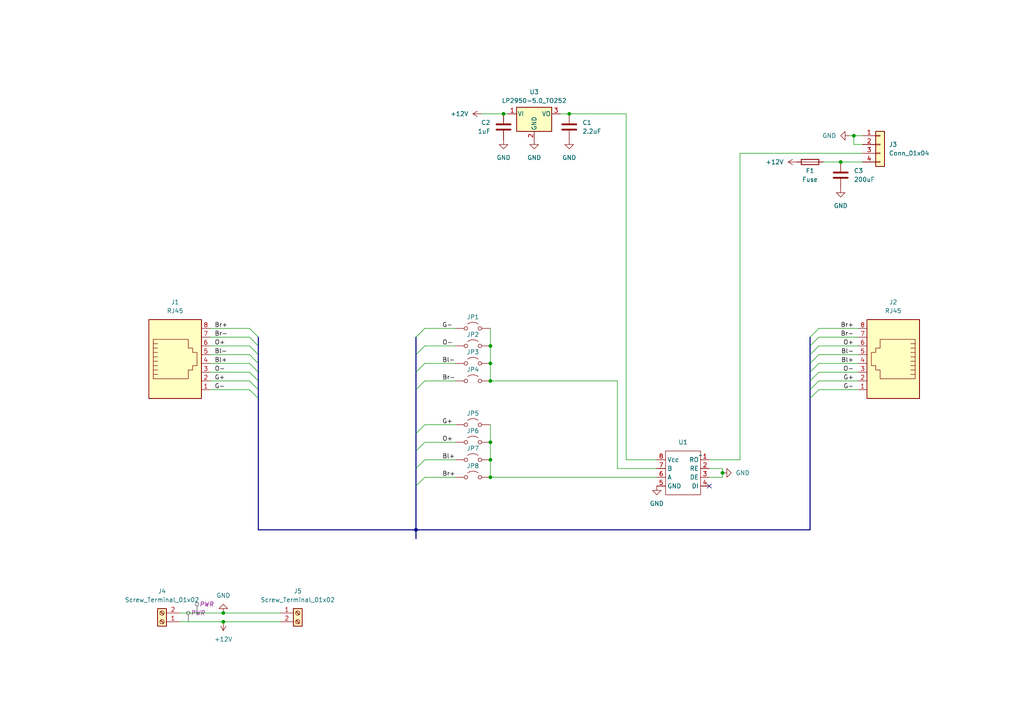
<source format=kicad_sch>
(kicad_sch (version 20231120) (generator "eeschema") (generator_version "8.0")
  (paper "A4")
  (lib_symbols
    (symbol "Connector:RJ45" (pin_names (offset 1.016))
      (property "Reference" "J" (at -5.08 13.97 0))
      (property "Value" "RJ45" (at 2.54 13.97 0))
      (symbol "RJ45_0_1"
        (polyline (pts (xy -5.08 4.445) (xy -6.35 4.445)))
        (polyline (pts (xy -5.08 5.715) (xy -6.35 5.715)))
        (polyline (pts (xy -6.35 -3.175) (xy -5.08 -3.175) (xy -5.08 -3.175)))
        (polyline (pts (xy -6.35 -1.905) (xy -5.08 -1.905) (xy -5.08 -1.905)))
        (polyline (pts (xy -6.35 -0.635) (xy -5.08 -0.635) (xy -5.08 -0.635)))
        (polyline (pts (xy -6.35 0.635) (xy -5.08 0.635) (xy -5.08 0.635)))
        (polyline (pts (xy -6.35 1.905) (xy -5.08 1.905) (xy -5.08 1.905)))
        (polyline (pts (xy -5.08 3.175) (xy -6.35 3.175) (xy -6.35 3.175)))
        (polyline (pts (xy -6.35 -4.445) (xy -6.35 6.985) (xy 3.81 6.985) (xy 3.81 4.445) (xy 5.08 4.445) (xy 5.08 3.175) (xy 6.35 3.175) (xy 6.35 -0.635) (xy 5.08 -0.635) (xy 5.08 -1.905) (xy 3.81 -1.905) (xy 3.81 -4.445) (xy -6.35 -4.445) (xy -6.35 -4.445)))
        (rectangle (start 7.62 12.7) (end -7.62 -10.16) (stroke (width 0.254)) (fill (type background)))
      )
      (symbol "RJ45_1_1"
        (pin passive line (at 10.16 -7.62 180) (length 2.54) (name "~") (number "1"))
        (pin passive line (at 10.16 -5.08 180) (length 2.54) (name "~") (number "2"))
        (pin passive line (at 10.16 -2.54 180) (length 2.54) (name "~") (number "3"))
        (pin passive line (at 10.16 0 180) (length 2.54) (name "~") (number "4"))
        (pin passive line (at 10.16 2.54 180) (length 2.54) (name "~") (number "5"))
        (pin passive line (at 10.16 5.08 180) (length 2.54) (name "~") (number "6"))
        (pin passive line (at 10.16 7.62 180) (length 2.54) (name "~") (number "7"))
        (pin passive line (at 10.16 10.16 180) (length 2.54) (name "~") (number "8"))
      )
    )
    (symbol "Connector:Screw_Terminal_01x02" (pin_names (offset 1.016) hide)
      (property "Reference" "J" (at 0 2.54 0))
      (property "Value" "Screw_Terminal_01x02" (at 0 -5.08 0))
      (symbol "Screw_Terminal_01x02_1_1"
        (rectangle (start -1.27 1.27) (end 1.27 -3.81) (stroke (width 0.254)) (fill (type background)))
        (circle (center 0 -2.54) (radius 0.635) (stroke (width 0.1524)))
        (polyline (pts (xy -0.5334 -2.2098) (xy 0.3302 -3.048)) (stroke (width 0.1524)))
        (polyline (pts (xy -0.5334 0.3302) (xy 0.3302 -0.508)) (stroke (width 0.1524)))
        (polyline (pts (xy -0.3556 -2.032) (xy 0.508 -2.8702)) (stroke (width 0.1524)))
        (polyline (pts (xy -0.3556 0.508) (xy 0.508 -0.3302)) (stroke (width 0.1524)))
        (circle (center 0 0) (radius 0.635) (stroke (width 0.1524)))
        (pin passive line (at -5.08 0 0) (length 3.81) (name "Pin_1") (number "1"))
        (pin passive line (at -5.08 -2.54 0) (length 3.81) (name "Pin_2") (number "2"))
      )
    )
    (symbol "Connector_Generic:Conn_01x04" (pin_names (offset 1.016) hide)
      (property "Reference" "J" (at 0 5.08 0))
      (property "Value" "Conn_01x04" (at 0 -7.62 0))
      (symbol "Conn_01x04_1_1"
        (rectangle (start -1.27 -4.953) (end 0 -5.207) (stroke (width 0.1524)))
        (rectangle (start -1.27 -2.413) (end 0 -2.667) (stroke (width 0.1524)))
        (rectangle (start -1.27 0.127) (end 0 -0.127) (stroke (width 0.1524)))
        (rectangle (start -1.27 2.667) (end 0 2.413) (stroke (width 0.1524)))
        (rectangle (start -1.27 3.81) (end 1.27 -6.35) (stroke (width 0.254)) (fill (type background)))
        (pin passive line (at -5.08 2.54 0) (length 3.81) (name "Pin_1") (number "1"))
        (pin passive line (at -5.08 0 0) (length 3.81) (name "Pin_2") (number "2"))
        (pin passive line (at -5.08 -2.54 0) (length 3.81) (name "Pin_3") (number "3"))
        (pin passive line (at -5.08 -5.08 0) (length 3.81) (name "Pin_4") (number "4"))
      )
    )
    (symbol "Device:C" (pin_numbers hide) (pin_names (offset 0.254))
      (property "Reference" "C" (at 0.635 2.54 0))
      (property "Value" "C" (at 0.635 -2.54 0))
      (symbol "C_0_1"
        (polyline (pts (xy -2.032 -0.762) (xy 2.032 -0.762)) (stroke (width 0.508)))
        (polyline (pts (xy -2.032 0.762) (xy 2.032 0.762)) (stroke (width 0.508)))
      )
      (symbol "C_1_1"
        (pin passive line (at 0 3.81 270) (length 2.794) (name "~") (number "1"))
        (pin passive line (at 0 -3.81 90) (length 2.794) (name "~") (number "2"))
      )
    )
    (symbol "Device:Fuse" (pin_numbers hide) (pin_names (offset 0))
      (property "Reference" "F" (at 2.032 0 90))
      (property "Value" "Fuse" (at -1.905 0 90))
      (symbol "Fuse_0_1"
        (rectangle (start -0.762 -2.54) (end 0.762 2.54) (stroke (width 0.254)))
        (polyline (pts (xy 0 2.54) (xy 0 -2.54)))
      )
      (symbol "Fuse_1_1"
        (pin passive line (at 0 3.81 270) (length 1.27) (name "~") (number "1"))
        (pin passive line (at 0 -3.81 90) (length 1.27) (name "~") (number "2"))
      )
    )
    (symbol "Jumper:Jumper_2_Open" (pin_numbers hide) (pin_names (offset 0) hide) (exclude_from_sim yes)
      (property "Reference" "JP" (at 0 2.794 0))
      (property "Value" "Jumper_2_Open" (at 0 -2.286 0))
      (symbol "Jumper_2_Open_0_0"
        (circle (center -2.032 0) (radius 0.508))
        (circle (center 2.032 0) (radius 0.508))
      )
      (symbol "Jumper_2_Open_0_1"
        (arc (start 1.524 1.27) (mid 0 1.778) (end -1.524 1.27))
      )
      (symbol "Jumper_2_Open_1_1"
        (pin passive line (at -5.08 0 0) (length 2.54) (name "A") (number "1"))
        (pin passive line (at 5.08 0 180) (length 2.54) (name "B") (number "2"))
      )
    )
    (symbol "Regulator_Linear:LP2950-5.0_TO252" (pin_names (offset 0.254))
      (property "Reference" "U" (at -3.81 3.175 0))
      (property "Value" "LP2950-5.0_TO252" (at 0 3.175 0))
      (symbol "LP2950-5.0_TO252_0_1"
        (rectangle (start -5.08 1.905) (end 5.08 -5.08) (stroke (width 0.254)) (fill (type background)))
      )
      (symbol "LP2950-5.0_TO252_1_1"
        (pin power_in line (at -7.62 0 0) (length 2.54) (name "VI") (number "1"))
        (pin power_in line (at 0 -7.62 90) (length 2.54) (name "GND") (number "2"))
        (pin power_out line (at 7.62 0 180) (length 2.54) (name "VO") (number "3"))
      )
    )
    (symbol "power:+12V" (power) (pin_names (offset 0))
      (property "Value" "+12V" (at 0 3.556 0))
      (symbol "+12V_0_1"
        (polyline (pts (xy -0.762 1.27) (xy 0 2.54)))
        (polyline (pts (xy 0 0) (xy 0 2.54)))
        (polyline (pts (xy 0 2.54) (xy 0.762 1.27)))
      )
      (symbol "+12V_1_1"
        (pin power_in line (at 0 0 90) (length 0) hide (name "+12V") (number "1"))
      )
    )
    (symbol "power:GND" (power) (pin_names (offset 0))
      (property "Value" "GND" (at 0 -3.81 0))
      (symbol "GND_0_1"
        (polyline (pts (xy 0 0) (xy 0 -1.27) (xy 1.27 -1.27) (xy 0 -2.54) (xy -1.27 -1.27) (xy 0 -1.27)))
      )
      (symbol "GND_1_1"
        (pin power_in line (at 0 0 270) (length 0) hide (name "GND") (number "1"))
      )
    )
    (symbol "symbols:CA-IF4850HS"
      (property "Reference" "U" (at 3.81 1.27 0))
      (symbol "CA-IF4850HS_0_1"
        (rectangle (start 0 0) (end 10.16 -12.7))
      )
      (symbol "CA-IF4850HS_1_1"
        (pin output line (at -2.54 -2.54 0) (length 2.54) (name "RO") (number "1"))
        (pin input line (at -2.54 -5.08 0) (length 2.54) (name "RE") (number "2"))
        (pin input line (at -2.54 -7.62 0) (length 2.54) (name "DE") (number "3"))
        (pin input line (at -2.54 -10.16 0) (length 2.54) (name "DI") (number "4"))
        (pin input line (at 12.7 -10.16 180) (length 2.54) (name "GND") (number "5"))
        (pin input line (at 12.7 -7.62 180) (length 2.54) (name "A") (number "6"))
        (pin input line (at 12.7 -5.08 180) (length 2.54) (name "B") (number "7"))
        (pin input line (at 12.7 -2.54 180) (length 2.54) (name "Vcc") (number "8"))
      )
    )
  )
  (junction (at 120.65 153.67))
  (junction (at 64.77 177.8))
  (junction (at 142.24 138.43))
  (junction (at 142.24 105.41))
  (junction (at 243.84 46.99))
  (junction (at 142.24 133.35))
  (junction (at 209.55 137.16))
  (junction (at 165.1 33.02))
  (junction (at 64.77 180.34))
  (junction (at 142.24 128.27))
  (junction (at 146.05 33.02))
  (junction (at 247.65 39.37))
  (junction (at 142.24 100.33))
  (junction (at 142.24 110.49))
  (no_connect (at 205.74 140.97))
  (bus_entry (at 123.19 95.25) (size -2.54 2.54))
  (bus_entry (at 72.39 105.41) (size 2.54 2.54))
  (bus_entry (at 72.39 95.25) (size 2.54 2.54))
  (bus_entry (at 237.49 102.87) (size -2.54 2.54))
  (bus_entry (at 123.19 110.49) (size -2.54 2.54))
  (bus_entry (at 123.19 105.41) (size -2.54 2.54))
  (bus_entry (at 123.19 100.33) (size -2.54 2.54))
  (bus_entry (at 72.39 97.79) (size 2.54 2.54))
  (bus_entry (at 72.39 113.03) (size 2.54 2.54))
  (bus_entry (at 123.19 133.35) (size -2.54 2.54))
  (bus_entry (at 72.39 110.49) (size 2.54 2.54))
  (bus_entry (at 123.19 138.43) (size -2.54 2.54))
  (bus_entry (at 237.49 113.03) (size -2.54 2.54))
  (bus_entry (at 237.49 97.79) (size -2.54 2.54))
  (bus_entry (at 237.49 95.25) (size -2.54 2.54))
  (bus_entry (at 237.49 110.49) (size -2.54 2.54))
  (bus_entry (at 72.39 107.95) (size 2.54 2.54))
  (bus_entry (at 72.39 102.87) (size 2.54 2.54))
  (bus_entry (at 237.49 100.33) (size -2.54 2.54))
  (bus_entry (at 237.49 107.95) (size -2.54 2.54))
  (bus_entry (at 123.19 128.27) (size -2.54 2.54))
  (bus_entry (at 123.19 123.19) (size -2.54 2.54))
  (bus_entry (at 237.49 105.41) (size -2.54 2.54))
  (bus_entry (at 72.39 100.33) (size 2.54 2.54))
  (bus (pts (xy 234.95 102.87) (xy 234.95 105.41)))
  (wire (pts (xy 123.19 100.33) (xy 132.08 100.33)))
  (bus (pts (xy 74.93 107.95) (xy 74.93 110.49)))
  (wire (pts (xy 60.96 102.87) (xy 72.39 102.87)))
  (bus (pts (xy 120.65 113.03) (xy 120.65 125.73)))
  (wire (pts (xy 247.65 39.37) (xy 250.19 39.37)))
  (bus (pts (xy 120.65 135.89) (xy 120.65 140.97)))
  (wire (pts (xy 139.7 33.02) (xy 146.05 33.02)))
  (bus (pts (xy 234.95 105.41) (xy 234.95 107.95)))
  (wire (pts (xy 246.38 39.37) (xy 247.65 39.37)))
  (wire (pts (xy 142.24 110.49) (xy 179.07 110.49)))
  (wire (pts (xy 123.19 133.35) (xy 132.08 133.35)))
  (bus (pts (xy 234.95 97.79) (xy 234.95 100.33)))
  (wire (pts (xy 247.65 39.37) (xy 247.65 41.91)))
  (wire (pts (xy 248.92 110.49) (xy 237.49 110.49)))
  (bus (pts (xy 234.95 113.03) (xy 234.95 115.57)))
  (wire (pts (xy 142.24 138.43) (xy 190.5 138.43)))
  (wire (pts (xy 248.92 95.25) (xy 237.49 95.25)))
  (wire (pts (xy 162.56 33.02) (xy 165.1 33.02)))
  (wire (pts (xy 250.19 41.91) (xy 247.65 41.91)))
  (bus (pts (xy 120.65 107.95) (xy 120.65 113.03)))
  (wire (pts (xy 64.77 177.8) (xy 81.28 177.8)))
  (wire (pts (xy 64.77 180.34) (xy 81.28 180.34)))
  (bus (pts (xy 74.93 153.67) (xy 120.65 153.67)))
  (wire (pts (xy 165.1 33.02) (xy 181.61 33.02)))
  (bus (pts (xy 234.95 107.95) (xy 234.95 110.49)))
  (wire (pts (xy 214.63 133.35) (xy 205.74 133.35)))
  (wire (pts (xy 123.19 105.41) (xy 132.08 105.41)))
  (wire (pts (xy 248.92 113.03) (xy 237.49 113.03)))
  (bus (pts (xy 234.95 110.49) (xy 234.95 113.03)))
  (bus (pts (xy 234.95 115.57) (xy 234.95 153.67)))
  (bus (pts (xy 120.65 153.67) (xy 234.95 153.67)))
  (bus (pts (xy 120.65 102.87) (xy 120.65 107.95)))
  (bus (pts (xy 120.65 97.79) (xy 120.65 102.87)))
  (wire (pts (xy 209.55 138.43) (xy 205.74 138.43)))
  (bus (pts (xy 120.65 140.97) (xy 120.65 153.67)))
  (bus (pts (xy 120.65 130.81) (xy 120.65 135.89)))
  (wire (pts (xy 142.24 105.41) (xy 142.24 110.49)))
  (bus (pts (xy 74.93 100.33) (xy 74.93 102.87)))
  (wire (pts (xy 60.96 100.33) (xy 72.39 100.33)))
  (wire (pts (xy 52.07 180.34) (xy 64.77 180.34)))
  (wire (pts (xy 60.96 105.41) (xy 72.39 105.41)))
  (wire (pts (xy 146.05 33.02) (xy 147.32 33.02)))
  (wire (pts (xy 181.61 33.02) (xy 181.61 133.35)))
  (bus (pts (xy 74.93 113.03) (xy 74.93 115.57)))
  (wire (pts (xy 214.63 44.45) (xy 214.63 133.35)))
  (wire (pts (xy 60.96 113.03) (xy 72.39 113.03)))
  (wire (pts (xy 248.92 105.41) (xy 237.49 105.41)))
  (wire (pts (xy 209.55 137.16) (xy 209.55 138.43)))
  (bus (pts (xy 234.95 100.33) (xy 234.95 102.87)))
  (wire (pts (xy 60.96 95.25) (xy 72.39 95.25)))
  (wire (pts (xy 209.55 135.89) (xy 209.55 137.16)))
  (bus (pts (xy 74.93 102.87) (xy 74.93 105.41)))
  (bus (pts (xy 120.65 125.73) (xy 120.65 130.81)))
  (wire (pts (xy 142.24 133.35) (xy 142.24 138.43)))
  (bus (pts (xy 74.93 110.49) (xy 74.93 113.03)))
  (wire (pts (xy 123.19 138.43) (xy 132.08 138.43)))
  (wire (pts (xy 60.96 107.95) (xy 72.39 107.95)))
  (wire (pts (xy 123.19 110.49) (xy 132.08 110.49)))
  (wire (pts (xy 209.55 135.89) (xy 205.74 135.89)))
  (wire (pts (xy 52.07 177.8) (xy 64.77 177.8)))
  (wire (pts (xy 248.92 107.95) (xy 237.49 107.95)))
  (bus (pts (xy 74.93 115.57) (xy 74.93 153.67)))
  (wire (pts (xy 248.92 102.87) (xy 237.49 102.87)))
  (wire (pts (xy 60.96 110.49) (xy 72.39 110.49)))
  (wire (pts (xy 123.19 123.19) (xy 132.08 123.19)))
  (wire (pts (xy 214.63 44.45) (xy 250.19 44.45)))
  (wire (pts (xy 142.24 123.19) (xy 142.24 128.27)))
  (wire (pts (xy 123.19 95.25) (xy 132.08 95.25)))
  (wire (pts (xy 243.84 46.99) (xy 250.19 46.99)))
  (wire (pts (xy 142.24 100.33) (xy 142.24 105.41)))
  (wire (pts (xy 179.07 135.89) (xy 190.5 135.89)))
  (bus (pts (xy 74.93 105.41) (xy 74.93 107.95)))
  (wire (pts (xy 238.76 46.99) (xy 243.84 46.99)))
  (bus (pts (xy 120.65 153.67) (xy 120.65 156.21)))
  (wire (pts (xy 142.24 128.27) (xy 142.24 133.35)))
  (wire (pts (xy 248.92 100.33) (xy 237.49 100.33)))
  (wire (pts (xy 123.19 128.27) (xy 132.08 128.27)))
  (wire (pts (xy 60.96 97.79) (xy 72.39 97.79)))
  (wire (pts (xy 181.61 133.35) (xy 190.5 133.35)))
  (wire (pts (xy 142.24 95.25) (xy 142.24 100.33)))
  (wire (pts (xy 248.92 97.79) (xy 237.49 97.79)))
  (wire (pts (xy 179.07 110.49) (xy 179.07 135.89)))
  (bus (pts (xy 74.93 97.79) (xy 74.93 100.33)))
  (label "Bl-" (at 62.23 102.87 0))
  (label "Br-" (at 128.27 110.49 0))
  (label "Br+" (at 62.23 95.25 0))
  (label "Br-" (at 62.23 97.79 0))
  (label "G+" (at 128.27 123.19 0))
  (label "O+" (at 247.65 100.33 180))
  (label "Bl-" (at 128.27 105.41 0))
  (label "Bl+" (at 247.65 105.41 180))
  (label "O-" (at 128.27 100.33 0))
  (label "G+" (at 62.23 110.49 0))
  (label "Bl-" (at 247.65 102.87 180))
  (label "O-" (at 247.65 107.95 180))
  (label "Bl+" (at 128.27 133.35 0))
  (label "Br+" (at 247.65 95.25 180))
  (label "Bl+" (at 62.23 105.41 0))
  (label "O+" (at 62.23 100.33 0))
  (label "Br-" (at 247.65 97.79 180))
  (label "G-" (at 128.27 95.25 0))
  (label "O-" (at 62.23 107.95 0))
  (label "G-" (at 247.65 113.03 180))
  (label "G-" (at 62.23 113.03 0))
  (label "G+" (at 247.65 110.49 180))
  (label "O+" (at 128.27 128.27 0))
  (label "Br+" (at 128.27 138.43 0))
  (netclass_flag "" (length 2.54) (shape round) (at 54.61 180.34 0) (property "Netclass" "PWR" (at 55.3085 177.8 0) (effects (font (italic yes)) (justify left))))
  (netclass_flag "" (length 2.54) (shape round) (at 57.15 177.8 0) (property "Netclass" "PWR" (at 57.8485 175.26 0) (effects (font (italic yes)) (justify left))))
  (symbol (lib_id "power:GND") (at 146.05 40.64 0) (unit 1)
    (property "Reference" "#PWR05" (effects (hide yes)))
    (property "Value" "GND" (at 146.05 45.72 0))
  )
  (symbol (lib_id "symbols:CA-IF4850HS") (at 203.2 130.81 0) (mirror y) (unit 1)
    (property "Reference" "U1" (at 198.12 128.27 0))
    (property "Value" "~" (at 203.2 132.08 0))
    (property "Footprint" "Package_SO:SOIC-8_3.9x4.9mm_P1.27mm" (effects (hide yes)))
    (property "LCSC" "C7422579" (effects (hide yes)))
  )
  (symbol (lib_id "power:GND") (at 190.5 140.97 0) (unit 1)
    (property "Reference" "#PWR02" (effects (hide yes)))
    (property "Value" "GND" (at 190.5 146.05 0))
  )
  (symbol (lib_id "Regulator_Linear:LP2950-5.0_TO252") (at 154.94 33.02 0) (unit 1)
    (property "Reference" "U3" (at 154.94 26.67 0))
    (property "Value" "LP2950-5.0_TO252" (at 154.94 29.21 0))
    (property "Footprint" "Package_TO_SOT_SMD:TO-252-2" (effects (hide yes)))
    (property "Datasheet" "http://www.ti.com/lit/ds/symlink/lp2950.pdf" (effects (hide yes)))
    (property "LCSC" "C130186" (effects (hide yes)))
  )
  (symbol (lib_id "power:GND") (at 64.77 177.8 180) (unit 1)
    (property "Reference" "#PWR010" (effects (hide yes)))
    (property "Value" "GND" (at 64.77 172.72 0))
  )
  (symbol (lib_id "Connector:Screw_Terminal_01x02") (at 46.99 180.34 180) (unit 1)
    (property "Reference" "J4" (at 46.99 171.45 0))
    (property "Value" "Screw_Terminal_01x02" (at 46.99 173.99 0))
    (property "Footprint" "2604-1102:P-2604-1102_1" (effects (hide yes)))
  )
  (symbol (lib_id "Jumper:Jumper_2_Open") (at 137.16 110.49 0) (unit 1) (exclude_from_sim yes)
    (property "Reference" "JP4" (at 137.16 107.188 0))
    (property "Value" "Jumper_2_Open" (effects (hide yes)))
    (property "Footprint" "Jumper:SolderJumper-2_P1.3mm_Open_Pad1.0x1.5mm" (effects (hide yes)))
    (property "Description" "Jumper, 2-pole, open" (effects (hide yes)))
  )
  (symbol (lib_id "Connector:Screw_Terminal_01x02") (at 86.36 177.8 0) (unit 1)
    (property "Reference" "J5" (at 86.36 171.45 0))
    (property "Value" "Screw_Terminal_01x02" (at 86.36 173.99 0))
    (property "Footprint" "2604-1102:P-2604-1102_1" (effects (hide yes)))
  )
  (symbol (lib_id "Connector:RJ45") (at 259.08 105.41 0) (mirror y) (unit 1)
    (property "Reference" "J2" (at 259.08 87.63 0))
    (property "Value" "RJ45" (at 259.08 90.17 0))
    (property "Footprint" "SMM:RC01516" (effects (hide yes)))
    (property "LCSC" "C708636" (effects (hide yes)))
  )
  (symbol (lib_id "Jumper:Jumper_2_Open") (at 137.16 105.41 0) (unit 1) (exclude_from_sim yes)
    (property "Reference" "JP3" (at 137.16 102.108 0))
    (property "Value" "Jumper_2_Open" (effects (hide yes)))
    (property "Footprint" "Jumper:SolderJumper-2_P1.3mm_Open_Pad1.0x1.5mm" (effects (hide yes)))
    (property "Description" "Jumper, 2-pole, open" (effects (hide yes)))
  )
  (symbol (lib_id "Connector_Generic:Conn_01x04") (at 255.27 41.91 0) (unit 1)
    (property "Reference" "J3" (at 257.81 41.91 0) (effects (justify left)))
    (property "Value" "Conn_01x04" (at 257.81 44.45 0) (effects (justify left)))
    (property "Footprint" "SMM:KK-1x04_right" (effects (hide yes)))
  )
  (symbol (lib_id "power:GND") (at 243.84 54.61 0) (unit 1)
    (property "Reference" "#PWR09" (effects (hide yes)))
    (property "Value" "GND" (at 243.84 59.69 0))
  )
  (symbol (lib_id "Device:C") (at 243.84 50.8 0) (unit 1)
    (property "Reference" "C3" (at 247.65 49.53 0) (effects (justify left)))
    (property "Value" "200uF" (at 247.65 52.07 0) (effects (justify left)))
    (property "Footprint" "Capacitor_Tantalum_SMD:CP_EIA-7361-38_AVX-V" (effects (hide yes)))
    (property "LCSC" "TAJV227M016RNJ" (effects (hide yes)))
  )
  (symbol (lib_id "Connector:RJ45") (at 50.8 105.41 0) (unit 1)
    (property "Reference" "J1" (at 50.8 87.63 0))
    (property "Value" "RJ45" (at 50.8 90.17 0))
    (property "Footprint" "SMM:RC01516" (effects (hide yes)))
    (property "LCSC" "C708636" (effects (hide yes)))
  )
  (symbol (lib_id "power:+12V") (at 231.14 46.99 90) (unit 1)
    (property "Reference" "#PWR07" (effects (hide yes)))
    (property "Value" "+12V" (at 227.33 46.99 90) (effects (justify left)))
  )
  (symbol (lib_id "power:GND") (at 154.94 40.64 0) (unit 1)
    (property "Reference" "#PWR03" (effects (hide yes)))
    (property "Value" "GND" (at 154.94 45.72 0))
  )
  (symbol (lib_id "Device:Fuse") (at 234.95 46.99 270) (mirror x) (unit 1)
    (property "Reference" "F1" (at 234.95 49.53 90))
    (property "Value" "Fuse" (at 234.95 52.07 90))
    (property "Footprint" "Library:3549-2" (effects (hide yes)))
  )
  (symbol (lib_id "Jumper:Jumper_2_Open") (at 137.16 95.25 0) (unit 1) (exclude_from_sim yes)
    (property "Reference" "JP1" (at 137.16 91.948 0))
    (property "Value" "Jumper_2_Open" (effects (hide yes)))
    (property "Footprint" "Jumper:SolderJumper-2_P1.3mm_Open_Pad1.0x1.5mm" (effects (hide yes)))
    (property "Description" "Jumper, 2-pole, open" (effects (hide yes)))
  )
  (symbol (lib_id "Jumper:Jumper_2_Open") (at 137.16 133.35 0) (unit 1) (exclude_from_sim yes)
    (property "Reference" "JP7" (at 137.16 130.048 0))
    (property "Value" "Jumper_2_Open" (effects (hide yes)))
    (property "Footprint" "Jumper:SolderJumper-2_P1.3mm_Open_Pad1.0x1.5mm" (effects (hide yes)))
    (property "Description" "Jumper, 2-pole, open" (effects (hide yes)))
  )
  (symbol (lib_id "Jumper:Jumper_2_Open") (at 137.16 123.19 0) (unit 1) (exclude_from_sim yes)
    (property "Reference" "JP5" (at 137.16 119.888 0))
    (property "Value" "Jumper_2_Open" (effects (hide yes)))
    (property "Footprint" "Jumper:SolderJumper-2_P1.3mm_Open_Pad1.0x1.5mm" (effects (hide yes)))
    (property "Description" "Jumper, 2-pole, open" (effects (hide yes)))
  )
  (symbol (lib_id "Jumper:Jumper_2_Open") (at 137.16 128.27 0) (unit 1) (exclude_from_sim yes)
    (property "Reference" "JP6" (at 137.16 124.968 0))
    (property "Value" "Jumper_2_Open" (effects (hide yes)))
    (property "Footprint" "Jumper:SolderJumper-2_P1.3mm_Open_Pad1.0x1.5mm" (effects (hide yes)))
    (property "Description" "Jumper, 2-pole, open" (effects (hide yes)))
  )
  (symbol (lib_id "power:GND") (at 165.1 40.64 0) (unit 1)
    (property "Reference" "#PWR04" (effects (hide yes)))
    (property "Value" "GND" (at 165.1 45.72 0))
  )
  (symbol (lib_id "power:+12V") (at 64.77 180.34 180) (unit 1)
    (property "Reference" "#PWR011" (effects (hide yes)))
    (property "Value" "+12V" (at 64.77 185.42 0))
  )
  (symbol (lib_id "Jumper:Jumper_2_Open") (at 137.16 138.43 0) (unit 1) (exclude_from_sim yes)
    (property "Reference" "JP8" (at 137.16 135.128 0))
    (property "Value" "Jumper_2_Open" (effects (hide yes)))
    (property "Footprint" "Jumper:SolderJumper-2_P1.3mm_Open_Pad1.0x1.5mm" (effects (hide yes)))
    (property "Description" "Jumper, 2-pole, open" (effects (hide yes)))
  )
  (symbol (lib_id "power:GND") (at 246.38 39.37 270) (unit 1)
    (property "Reference" "#PWR08" (effects (hide yes)))
    (property "Value" "GND" (at 242.57 39.37 90) (effects (justify right)))
  )
  (symbol (lib_id "Jumper:Jumper_2_Open") (at 137.16 100.33 0) (unit 1) (exclude_from_sim yes)
    (property "Reference" "JP2" (at 137.16 97.028 0))
    (property "Value" "Jumper_2_Open" (effects (hide yes)))
    (property "Footprint" "Jumper:SolderJumper-2_P1.3mm_Open_Pad1.0x1.5mm" (effects (hide yes)))
    (property "Description" "Jumper, 2-pole, open" (effects (hide yes)))
  )
  (symbol (lib_id "power:+12V") (at 139.7 33.02 90) (unit 1)
    (property "Reference" "#PWR06" (effects (hide yes)))
    (property "Value" "+12V" (at 135.89 33.02 90) (effects (justify left)))
  )
  (symbol (lib_id "Device:C") (at 146.05 36.83 0) (mirror y) (unit 1)
    (property "Reference" "C2" (at 142.24 35.56 0) (effects (justify left)))
    (property "Value" "1uF" (at 142.24 38.1 0) (effects (justify left)))
    (property "Footprint" "Capacitor_SMD:C_0805_2012Metric" (effects (hide yes)))
    (property "LCSC" "C28323" (effects (hide yes)))
  )
  (symbol (lib_id "power:GND") (at 209.55 137.16 90) (unit 1)
    (property "Reference" "#PWR01" (effects (hide yes)))
    (property "Value" "GND" (at 213.36 137.16 90) (effects (justify right)))
  )
  (symbol (lib_id "Device:C") (at 165.1 36.83 0) (unit 1)
    (property "Reference" "C1" (at 168.91 35.56 0) (effects (justify left)))
    (property "Value" "2.2uF" (at 168.91 38.1 0) (effects (justify left)))
    (property "Footprint" "Capacitor_SMD:C_0805_2012Metric" (effects (hide yes)))
    (property "LCSC" "C377773" (effects (hide yes)))
  )
)
</source>
